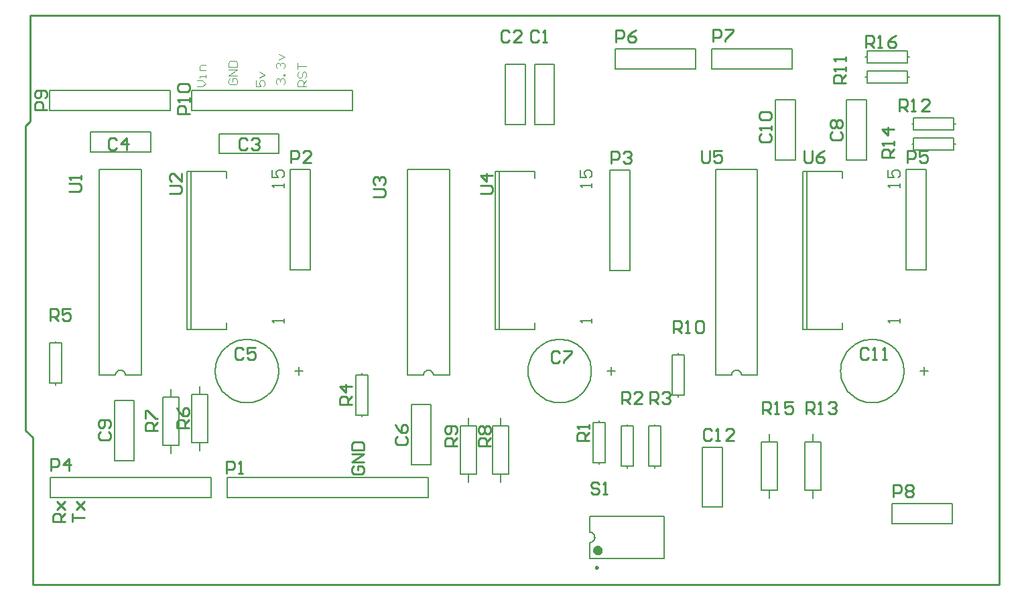
<source format=gto>
%FSLAX24Y24*%
%MOMM*%
%SFA1B1*%

%IPPOS*%
%ADD10C,0.253999*%
%ADD33C,0.200000*%
%ADD34C,0.250000*%
%ADD35C,0.599999*%
%ADD36C,0.150000*%
%ADD37C,0.100000*%
%LNpcb1-1*%
%LPD*%
G54D10*
X714759Y126849D02*
X712219Y129389D01*
X707139*
X704599Y126849*
Y124309*
X707139Y121779*
X712219*
X714759Y119239*
Y116699*
X712219Y114159*
X707139*
X704599Y116699*
X719839Y114159D02*
X724919D01*
X722379*
Y129389*
X719839Y126849*
X243999Y140999D02*
Y156239D01*
X251619*
X254159Y153699*
Y148619*
X251619Y146079*
X243999*
X259239Y140999D02*
X264309D01*
X261769*
Y156239*
X259239Y153699*
X844369Y548789D02*
Y536099D01*
X846909Y533559*
X851989*
X854519Y536099*
Y548789*
X869759D02*
X859599D01*
Y541169*
X864679Y543709*
X867219*
X869759Y541169*
Y536099*
X867219Y533559*
X862139*
X859599Y536099*
X638759Y698349D02*
X636219Y700889D01*
X631139*
X628599Y698349*
Y688199*
X631139Y685659*
X636219*
X638759Y688199*
X643839Y685659D02*
X648909D01*
X646379*
Y700889*
X643839Y698349*
X601759D02*
X599219Y700889D01*
X594139*
X591599Y698349*
Y688199*
X594139Y685659*
X599219*
X601759Y688199*
X616989Y685659D02*
X606839D01*
X616989Y695819*
Y698349*
X614449Y700889*
X609379*
X606839Y698349*
X270159Y562699D02*
X267619Y565239D01*
X262539*
X259999Y562699*
Y552539*
X262539Y549999*
X267619*
X270159Y552539*
X275239Y562699D02*
X277769Y565239D01*
X282849*
X285389Y562699*
Y560159*
X282849Y557619*
X280309*
X282849*
X285389Y555079*
Y552539*
X282849Y549999*
X277769*
X275239Y552539*
X105159Y562699D02*
X102619Y565239D01*
X97539*
X94999Y562699*
Y552539*
X97539Y549999*
X102619*
X105159Y552539*
X117849Y549999D02*
Y565239D01*
X110239Y557619*
X120389*
X265159Y297699D02*
X262619Y300239D01*
X257539*
X254999Y297699*
Y287539*
X257539Y284999*
X262619*
X265159Y287539*
X280389Y300239D02*
X270239D01*
Y292619*
X275309Y295159*
X277849*
X280389Y292619*
Y287539*
X277849Y284999*
X272769*
X270239Y287539*
X459799Y187659D02*
X457259Y185119D01*
Y180039*
X459799Y177499*
X469959*
X472499Y180039*
Y185119*
X469959Y187659*
X457259Y202889D02*
X459799Y197809D01*
X464879Y192739*
X469959*
X472499Y195269*
Y200349*
X469959Y202889*
X467419*
X464879Y200349*
Y192739*
X665159Y292699D02*
X662619Y295239D01*
X657539*
X654999Y292699*
Y282539*
X657539Y279999*
X662619*
X665159Y282539*
X670239Y295239D02*
X680389D01*
Y292699*
X670239Y282539*
Y279999*
X1009799Y572659D02*
X1007259Y570119D01*
Y565039*
X1009799Y562499*
X1019959*
X1022499Y565039*
Y570119*
X1019959Y572659*
X1009799Y577739D02*
X1007259Y580269D01*
Y585349*
X1009799Y587889*
X1012339*
X1014879Y585349*
X1017419Y587889*
X1019959*
X1022499Y585349*
Y580269*
X1019959Y577739*
X1017419*
X1014879Y580269*
X1012339Y577739*
X1009799*
X1014879Y580269D02*
Y585349D01*
X84799Y192839D02*
X82259Y190299D01*
Y185219*
X84799Y182679*
X94959*
X97499Y185219*
Y190299*
X94959Y192839*
Y197919D02*
X97499Y200459D01*
Y205539*
X94959Y208079*
X84799*
X82259Y205539*
Y200459*
X84799Y197919*
X87339*
X89879Y200459*
Y208079*
X919799Y570159D02*
X917259Y567619D01*
Y562539*
X919799Y559999*
X929959*
X932499Y562539*
Y567619*
X929959Y570159*
X932499Y575239D02*
Y580309D01*
Y577769*
X917259*
X919799Y575239*
Y587929D02*
X917259Y590469D01*
Y595549*
X919799Y598089*
X929959*
X932499Y595549*
Y590469*
X929959Y587929*
X919799*
X1055159Y297699D02*
X1052619Y300239D01*
X1047539*
X1044999Y297699*
Y287539*
X1047539Y284999*
X1052619*
X1055159Y287539*
X1060239Y284999D02*
X1065309D01*
X1062769*
Y300239*
X1060239Y297699*
X1072929Y284999D02*
X1078009D01*
X1075469*
Y300239*
X1072929Y297699*
X857179Y195289D02*
X854639Y197829D01*
X849559*
X847019Y195289*
Y185129*
X849559Y182589*
X854639*
X857179Y185129*
X862259Y182589D02*
X867339D01*
X864799*
Y197829*
X862259Y195289*
X885109Y182589D02*
X874949D01*
X885109Y192749*
Y195289*
X882569Y197829*
X877489*
X874949Y195289*
X325769Y533919D02*
Y549159D01*
X333389*
X335929Y546619*
Y541539*
X333389Y538999*
X325769*
X351169Y533919D02*
X341009D01*
X351169Y544079*
Y546619*
X348629Y549159*
X343549*
X341009Y546619*
X729949Y532809D02*
Y548039D01*
X737569*
X740109Y545499*
Y540429*
X737569Y537889*
X729949*
X745189Y545499D02*
X747729Y548039D01*
X752799*
X755339Y545499*
Y542969*
X752799Y540429*
X750259*
X752799*
X755339Y537889*
Y535349*
X752799Y532809*
X747729*
X745189Y535349*
X22679Y143689D02*
Y158929D01*
X30289*
X32829Y156389*
Y151309*
X30289Y148769*
X22679*
X45529Y143689D02*
Y158929D01*
X37909Y151309*
X48069*
X1103949Y533509D02*
Y548739D01*
X1111569*
X1114109Y546199*
Y541129*
X1111569Y538589*
X1103949*
X1129339Y548739D02*
X1119189D01*
Y541129*
X1124259Y543669*
X1126799*
X1129339Y541129*
Y536049*
X1126799Y533509*
X1121729*
X1119189Y536049*
X736329Y686299D02*
Y701539D01*
X743949*
X746489Y698999*
Y693919*
X743949Y691379*
X736329*
X761719Y701539D02*
X756639Y698999D01*
X751559Y693919*
Y688839*
X754099Y686299*
X759179*
X761719Y688839*
Y691379*
X759179Y693919*
X751559*
X858829Y686399D02*
Y701629D01*
X866439*
X868979Y699089*
Y694009*
X866439Y691469*
X858829*
X874059Y701629D02*
X884219D01*
Y699089*
X874059Y688939*
Y686399*
X1086349Y111219D02*
Y126449D01*
X1093969*
X1096509Y123909*
Y118839*
X1093969Y116299*
X1086349*
X1101589Y123909D02*
X1104119Y126449D01*
X1109199*
X1111739Y123909*
Y121369*
X1109199Y118839*
X1111739Y116299*
Y113759*
X1109199Y111219*
X1104119*
X1101589Y113759*
Y116299*
X1104119Y118839*
X1101589Y121369*
Y123909*
X1104119Y118839D02*
X1109199D01*
X702499Y182499D02*
X687259D01*
Y190119*
X689799Y192659*
X694879*
X697419Y190119*
Y182499*
Y187579D02*
X702499Y192659D01*
Y197739D02*
Y202809D01*
Y200269*
X687259*
X689799Y197739*
X744029Y228719D02*
Y243959D01*
X751649*
X754189Y241419*
Y236339*
X751649Y233799*
X744029*
X749109D02*
X754189Y228719D01*
X769419D02*
X759269D01*
X769419Y238879*
Y241419*
X766879Y243959*
X761809*
X759269Y241419*
X779029Y228719D02*
Y243959D01*
X786649*
X789189Y241419*
Y236339*
X786649Y233799*
X779029*
X784109D02*
X789189Y228719D01*
X794269Y241419D02*
X796809Y243959D01*
X801879*
X804419Y241419*
Y238879*
X801879Y236339*
X799339*
X801879*
X804419Y233799*
Y231259*
X801879Y228719*
X796809*
X794269Y231259*
X402499Y227499D02*
X387259D01*
Y235119*
X389799Y237659*
X394879*
X397419Y235119*
Y227499*
Y232579D02*
X402499Y237659D01*
Y250349D02*
X387259D01*
X394879Y242739*
Y252889*
X21819Y333819D02*
Y349049D01*
X29439*
X31969Y346509*
Y341429*
X29439Y338889*
X21819*
X26899D02*
X31969Y333819D01*
X47209Y349049D02*
X37049D01*
Y341429*
X42129Y343969*
X44669*
X47209Y341429*
Y336359*
X44669Y333819*
X39589*
X37049Y336359*
X196999Y197999D02*
X181759D01*
Y205619*
X184299Y208159*
X189379*
X191919Y205619*
Y197999*
Y203079D02*
X196999Y208159D01*
X181759Y223389D02*
X184299Y218309D01*
X189379Y213239*
X194459*
X196999Y215769*
Y220849*
X194459Y223389*
X191919*
X189379Y220849*
Y213239*
X156999Y194999D02*
X141759D01*
Y202619*
X144299Y205159*
X149379*
X151919Y202619*
Y194999*
Y200079D02*
X156999Y205159D01*
X141759Y210239D02*
Y220389D01*
X144299*
X154459Y210239*
X156999*
X577499Y174999D02*
X562259D01*
Y182619*
X564799Y185159*
X569879*
X572419Y182619*
Y174999*
Y180079D02*
X577499Y185159D01*
X564799Y190239D02*
X562259Y192769D01*
Y197849*
X564799Y200389*
X567339*
X569879Y197849*
X572419Y200389*
X574959*
X577499Y197849*
Y192769*
X574959Y190239*
X572419*
X569879Y192769*
X567339Y190239*
X564799*
X569879Y192769D02*
Y197849D01*
X534999Y174999D02*
X519759D01*
Y182619*
X522299Y185159*
X527379*
X529919Y182619*
Y174999*
Y180079D02*
X534999Y185159D01*
X532459Y190239D02*
X534999Y192769D01*
Y197849*
X532459Y200389*
X522299*
X519759Y197849*
Y192769*
X522299Y190239*
X524839*
X527379Y192769*
Y200389*
X808949Y318659D02*
Y333889D01*
X816559*
X819099Y331349*
Y326269*
X816559Y323729*
X808949*
X814019D02*
X819099Y318659D01*
X824179D02*
X829259D01*
X826719*
Y333889*
X824179Y331349*
X836879D02*
X839419Y333889D01*
X844489*
X847029Y331349*
Y321199*
X844489Y318659*
X839419*
X836879Y321199*
Y331349*
X1026499Y634499D02*
X1011259D01*
Y642119*
X1013799Y644659*
X1018879*
X1021419Y642119*
Y634499*
Y639579D02*
X1026499Y644659D01*
Y649739D02*
Y654809D01*
Y652269*
X1011259*
X1013799Y649739*
X1026499Y662429D02*
Y667509D01*
Y664969*
X1011259*
X1013799Y662429*
X1093949Y598739D02*
Y613969D01*
X1101559*
X1104099Y611439*
Y606359*
X1101559Y603819*
X1093949*
X1099019D02*
X1104099Y598739D01*
X1109179D02*
X1114259D01*
X1111719*
Y613969*
X1109179Y611439*
X1132029Y598739D02*
X1121879D01*
X1132029Y608899*
Y611439*
X1129489Y613969*
X1124419*
X1121879Y611439*
X976489Y216419D02*
Y231659D01*
X984109*
X986649Y229119*
Y224039*
X984109Y221499*
X976489*
X981569D02*
X986649Y216419D01*
X991729D02*
X996799D01*
X994269*
Y231659*
X991729Y229119*
X1004419D02*
X1006959Y231659D01*
X1012039*
X1014579Y229119*
Y226579*
X1012039Y224039*
X1009499*
X1012039*
X1014579Y221499*
Y218959*
X1012039Y216419*
X1006959*
X1004419Y218959*
X1087499Y539999D02*
X1072259D01*
Y547619*
X1074799Y550159*
X1079879*
X1082419Y547619*
Y539999*
Y545079D02*
X1087499Y550159D01*
Y555239D02*
Y560309D01*
Y557769*
X1072259*
X1074799Y555239*
X1087499Y575549D02*
X1072259D01*
X1079879Y567929*
Y578089*
X921489Y216419D02*
Y231659D01*
X929109*
X931649Y229119*
Y224039*
X929109Y221499*
X921489*
X926569D02*
X931649Y216419D01*
X936729D02*
X941799D01*
X939269*
Y231659*
X936729Y229119*
X959579Y231659D02*
X949419D01*
Y224039*
X954499Y226579*
X957039*
X959579Y224039*
Y218959*
X957039Y216419*
X951959*
X949419Y218959*
X1051499Y679499D02*
Y694739D01*
X1059119*
X1061659Y692199*
Y687119*
X1059119Y684579*
X1051499*
X1056579D02*
X1061659Y679499D01*
X1066739D02*
X1071809D01*
X1069269*
Y694739*
X1066739Y692199*
X1089589Y694739D02*
X1084509Y692199D01*
X1079429Y687119*
Y682039*
X1081969Y679499*
X1087049*
X1089589Y682039*
Y684579*
X1087049Y687119*
X1079429*
X44759Y497499D02*
X57459D01*
X59999Y500039*
Y505119*
X57459Y507659*
X44759*
X59999Y512739D02*
Y517809D01*
Y515269*
X44759*
X47299Y512739*
X172259Y494999D02*
X184959D01*
X187499Y497539*
Y502619*
X184959Y505159*
X172259*
X187499Y520389D02*
Y510239D01*
X177339Y520389*
X174799*
X172259Y517849*
Y512769*
X174799Y510239*
X429759Y489999D02*
X442459D01*
X444999Y492539*
Y497619*
X442459Y500159*
X429759*
X432299Y505239D02*
X429759Y507769D01*
Y512849*
X432299Y515389*
X434839*
X437379Y512849*
Y510309*
Y512849*
X439919Y515389*
X442459*
X444999Y512849*
Y507769*
X442459Y505239*
X564759Y494999D02*
X577459D01*
X579999Y497539*
Y502619*
X577459Y505159*
X564759*
X579999Y517849D02*
X564759D01*
X572379Y510239*
Y520389*
X973989Y548969D02*
Y536269D01*
X976529Y533729*
X981609*
X984149Y536269*
Y548969*
X999379D02*
X994299Y546429D01*
X989229Y541349*
Y536269*
X991769Y533729*
X996839*
X999379Y536269*
Y538809*
X996839Y541349*
X989229*
X17499Y599999D02*
X2259D01*
Y607619*
X4799Y610159*
X9879*
X12419Y607619*
Y599999*
X14959Y615239D02*
X17499Y617769D01*
Y622849*
X14959Y625389*
X4799*
X2259Y622849*
Y617769*
X4799Y615239*
X7339*
X9879Y617769*
Y625389*
X197499Y594999D02*
X182259D01*
Y602619*
X184799Y605159*
X189879*
X192419Y602619*
Y594999*
X197499Y610239D02*
Y615309D01*
Y612769*
X182259*
X184799Y610239*
Y622929D02*
X182259Y625469D01*
Y630549*
X184799Y633089*
X194959*
X197499Y630549*
Y625469*
X194959Y622929*
X184799*
X39999Y79999D02*
X24759D01*
Y87619*
X27299Y90159*
X32379*
X34919Y87619*
Y79999*
Y85079D02*
X39999Y90159D01*
X29839Y95239D02*
X39999Y105389D01*
X34919Y100309*
X29839Y105389*
X39999Y95239*
X49759Y79999D02*
Y90159D01*
Y85079*
X64999*
X54839Y95239D02*
X64999Y105389D01*
X59919Y100309*
X54839Y105389*
X64999Y95239*
X404799Y150159D02*
X402259Y147619D01*
Y142539*
X404799Y139999*
X414959*
X417499Y142539*
Y147619*
X414959Y150159*
X409879*
Y145079*
X417499Y155239D02*
X402259D01*
X417499Y165389*
X402259*
Y170469D02*
X417499D01*
Y178089*
X414959Y180629*
X404799*
X402259Y178089*
Y170469*
X-999Y0D02*
Y185999D01*
X-9999Y194999D02*
X-999Y185999D01*
X-9999Y194999D02*
Y579999D01*
X-3999Y585999*
Y719999*
X1219999*
Y0D02*
Y719999D01*
X-999Y0D02*
X1219999D01*
G54D33*
X702999Y53649D02*
D01*
X703442Y53665*
X703883Y53711*
X704320Y53788*
X704750Y53895*
X705171Y54032*
X705582Y54198*
X705981Y54393*
X706364Y54614*
X706732Y54862*
X707081Y55135*
X707410Y55431*
X707718Y55750*
X708003Y56090*
X708264Y56448*
X708499Y56824*
X708707Y57216*
X708887Y57621*
X709038Y58037*
X709161Y58463*
X709253Y58897*
X709315Y59336*
X709346Y59778*
Y60221*
X709315Y60663*
X709253Y61102*
X709161Y61536*
X709038Y61962*
X708887Y62378*
X708707Y62783*
X708499Y63174*
X708264Y63550*
X708003Y63909*
X707718Y64248*
X707410Y64567*
X707081Y64864*
X706732Y65137*
X706364Y65384*
X705981Y65606*
X705582Y65800*
X705171Y65966*
X704750Y66104*
X704320Y66211*
X703883Y66288*
X703442Y66334*
X702999Y66349*
X894789Y264999D02*
D01*
X894774Y265442*
X894727Y265883*
X894650Y266320*
X894543Y266750*
X894406Y267171*
X894240Y267582*
X894046Y267980*
X893824Y268364*
X893577Y268732*
X893304Y269081*
X893007Y269410*
X892688Y269718*
X892349Y270003*
X891990Y270264*
X891614Y270499*
X891223Y270707*
X890818Y270887*
X890402Y271039*
X889976Y271161*
X889542Y271253*
X889103Y271315*
X888661Y271345*
X888218*
X887776Y271315*
X887337Y271253*
X886903Y271161*
X886477Y271039*
X886061Y270887*
X885656Y270707*
X885264Y270499*
X884889Y270264*
X884530Y270003*
X884191Y269718*
X883871Y269410*
X883575Y269081*
X883302Y268732*
X883054Y268364*
X882833Y267980*
X882638Y267582*
X882472Y267171*
X882335Y266750*
X882228Y266320*
X882151Y265883*
X882105Y265442*
X882089Y264999*
X704999Y269999D02*
D01*
X704902Y272790*
X704610Y275566*
X704125Y278316*
X703450Y281025*
X702587Y283680*
X701541Y286269*
X700317Y288778*
X698921Y291196*
X697360Y293511*
X695641Y295711*
X693773Y297786*
X691765Y299725*
X689626Y301520*
X687367Y303161*
X684999Y304640*
X682534Y305951*
X679984Y307087*
X677360Y308042*
X674676Y308811*
X671945Y309392*
X669181Y309780*
X666395Y309975*
X663603*
X660818Y309780*
X658054Y309392*
X655323Y308811*
X652639Y308042*
X650015Y307087*
X647465Y305951*
X644999Y304640*
X642632Y303161*
X640373Y301520*
X638234Y299725*
X636226Y297786*
X634358Y295711*
X632639Y293511*
X631077Y291196*
X629682Y288778*
X628457Y286269*
X627412Y283680*
X626549Y281025*
X625874Y278316*
X625389Y275566*
X625097Y272790*
X624999Y269999*
X625097Y267209*
X625389Y264433*
X625874Y261683*
X626549Y258974*
X627412Y256319*
X628457Y253730*
X629682Y251220*
X631077Y248803*
X632639Y246488*
X634358Y244288*
X636226Y242213*
X638234Y240274*
X640373Y238479*
X642632Y236838*
X644999Y235358*
X647465Y234048*
X650015Y232912*
X652639Y231957*
X655323Y231188*
X658054Y230607*
X660818Y230218*
X663603Y230024*
X666395*
X669181Y230218*
X671945Y230607*
X674676Y231188*
X677360Y231957*
X679984Y232912*
X682534Y234048*
X684999Y235358*
X687367Y236838*
X689626Y238479*
X691765Y240274*
X693773Y242213*
X695641Y244288*
X697360Y246488*
X698921Y248803*
X700317Y251220*
X701541Y253730*
X702587Y256319*
X703450Y258974*
X704125Y261683*
X704610Y264433*
X704902Y267209*
X704999Y269999*
X309999D02*
D01*
X309902Y272790*
X309610Y275566*
X309125Y278316*
X308450Y281025*
X307587Y283680*
X306541Y286269*
X305317Y288778*
X303921Y291196*
X302360Y293511*
X300641Y295711*
X298773Y297786*
X296765Y299725*
X294626Y301520*
X292367Y303161*
X289999Y304640*
X287534Y305951*
X284984Y307087*
X282360Y308042*
X279676Y308811*
X276945Y309392*
X274181Y309780*
X271395Y309975*
X268603*
X265818Y309780*
X263053Y309392*
X260323Y308811*
X257639Y308042*
X255015Y307087*
X252465Y305951*
X249999Y304640*
X247632Y303161*
X245373Y301520*
X243234Y299725*
X241226Y297786*
X239358Y295711*
X237639Y293511*
X236078Y291196*
X234682Y288778*
X233458Y286269*
X232412Y283680*
X231549Y281025*
X230874Y278316*
X230389Y275566*
X230097Y272790*
X229999Y269999*
X230097Y267209*
X230389Y264433*
X230874Y261683*
X231549Y258974*
X232412Y256319*
X233458Y253730*
X234682Y251220*
X236078Y248803*
X237639Y246488*
X239358Y244288*
X241226Y242213*
X243234Y240274*
X245373Y238479*
X247632Y236838*
X249999Y235358*
X252465Y234048*
X255015Y232912*
X257639Y231957*
X260323Y231188*
X263053Y230607*
X265818Y230218*
X268603Y230024*
X271395*
X274181Y230218*
X276945Y230607*
X279676Y231188*
X282360Y231957*
X284984Y232912*
X287534Y234048*
X289999Y235358*
X292367Y236838*
X294626Y238479*
X296765Y240274*
X298773Y242213*
X300641Y244288*
X302360Y246488*
X303921Y248803*
X305317Y251220*
X306541Y253730*
X307587Y256319*
X308450Y258974*
X309125Y261683*
X309610Y264433*
X309902Y267209*
X309999Y269999*
X116349Y264999D02*
D01*
X116334Y265442*
X116288Y265883*
X116211Y266320*
X116103Y266750*
X115967Y267171*
X115800Y267582*
X115606Y267980*
X115385Y268364*
X115137Y268732*
X114864Y269081*
X114567Y269410*
X114248Y269718*
X113909Y270003*
X113550Y270264*
X113174Y270499*
X112783Y270707*
X112378Y270887*
X111962Y271039*
X111535Y271161*
X111102Y271253*
X110663Y271315*
X110221Y271345*
X109778*
X109336Y271315*
X108897Y271253*
X108463Y271161*
X108037Y271039*
X107621Y270887*
X107216Y270707*
X106824Y270499*
X106449Y270264*
X106090Y270003*
X105750Y269718*
X105432Y269410*
X105135Y269081*
X104862Y268732*
X104614Y268364*
X104393Y267980*
X104198Y267582*
X104032Y267171*
X103895Y266750*
X103788Y266320*
X103711Y265883*
X103665Y265442*
X103649Y264999*
X505569D02*
D01*
X505554Y265442*
X505508Y265883*
X505431Y266320*
X505323Y266750*
X505186Y267171*
X505020Y267582*
X504826Y267980*
X504605Y268364*
X504357Y268732*
X504084Y269081*
X503787Y269410*
X503468Y269718*
X503129Y270003*
X502770Y270264*
X502394Y270499*
X502003Y270707*
X501598Y270887*
X501182Y271039*
X500756Y271161*
X500322Y271253*
X499883Y271315*
X499441Y271345*
X498998*
X498556Y271315*
X498117Y271253*
X497683Y271161*
X497257Y271039*
X496841Y270887*
X496436Y270707*
X496044Y270499*
X495669Y270264*
X495310Y270003*
X494970Y269718*
X494652Y269410*
X494355Y269081*
X494082Y268732*
X493834Y268364*
X493613Y267980*
X493418Y267582*
X493252Y267171*
X493115Y266750*
X493008Y266320*
X492931Y265883*
X492885Y265442*
X492869Y264999*
X1099999Y269999D02*
D01*
X1099902Y272790*
X1099610Y275566*
X1099125Y278316*
X1098450Y281025*
X1097587Y283680*
X1096541Y286269*
X1095317Y288778*
X1093921Y291196*
X1092360Y293511*
X1090641Y295711*
X1088773Y297786*
X1086765Y299725*
X1084626Y301520*
X1082367Y303161*
X1079999Y304640*
X1077534Y305951*
X1074984Y307087*
X1072360Y308042*
X1069676Y308811*
X1066945Y309392*
X1064181Y309780*
X1061395Y309975*
X1058603*
X1055818Y309780*
X1053054Y309392*
X1050323Y308811*
X1047639Y308042*
X1045015Y307087*
X1042465Y305951*
X1039999Y304640*
X1037632Y303161*
X1035373Y301520*
X1033234Y299725*
X1031226Y297786*
X1029358Y295711*
X1027639Y293511*
X1026077Y291196*
X1024681Y288778*
X1023457Y286269*
X1022412Y283680*
X1021549Y281025*
X1020874Y278316*
X1020389Y275566*
X1020097Y272790*
X1019999Y269999*
X1020097Y267209*
X1020389Y264433*
X1020874Y261683*
X1021549Y258974*
X1022412Y256319*
X1023457Y253730*
X1024681Y251220*
X1026077Y248803*
X1027639Y246488*
X1029358Y244288*
X1031226Y242213*
X1033234Y240274*
X1035373Y238479*
X1037632Y236838*
X1039999Y235358*
X1042465Y234048*
X1045015Y232912*
X1047639Y231957*
X1050323Y231188*
X1053054Y230607*
X1055818Y230218*
X1058603Y230024*
X1061395*
X1064181Y230218*
X1066945Y230607*
X1069676Y231188*
X1072360Y231957*
X1074984Y232912*
X1077534Y234048*
X1079999Y235358*
X1082367Y236838*
X1084626Y238479*
X1086765Y240274*
X1088773Y242213*
X1090641Y244288*
X1092360Y246488*
X1093921Y248803*
X1095317Y251220*
X1096541Y253730*
X1097587Y256319*
X1098450Y258974*
X1099125Y261683*
X1099610Y264433*
X1099902Y267209*
X1099999Y269999*
X702999Y33499D02*
X796999D01*
X702999Y86499D02*
X796999D01*
X702999Y33499D02*
Y53649D01*
Y66349D02*
Y86499D01*
X796999Y33499D02*
Y86499D01*
X498799Y109799D02*
Y135199D01*
X244799Y109799D02*
X498799D01*
X244799D02*
Y135199D01*
X263849*
X498799*
X894789Y264999D02*
X914939D01*
X861939D02*
X882089D01*
X861939Y524999D02*
X914939D01*
Y264999D02*
Y524999D01*
X861939Y264999D02*
Y524999D01*
X730399Y264919D02*
Y275079D01*
X725319Y269999D02*
X735479D01*
X335399Y264919D02*
Y275079D01*
X330319Y269999D02*
X340479D01*
X845499Y97999D02*
X870499D01*
X845499Y173999D02*
X870499D01*
X845499Y97999D02*
Y173999D01*
X870499Y97999D02*
Y173999D01*
X596499Y581999D02*
X621499D01*
X596499Y657999D02*
X621499D01*
X596499Y581999D02*
Y657999D01*
X621499Y581999D02*
Y657999D01*
X633499Y581999D02*
X658499D01*
X633499Y657999D02*
X658499D01*
X633499Y581999D02*
Y657999D01*
X658499Y581999D02*
Y657999D01*
X1084799Y77299D02*
Y102699D01*
X1160999*
Y77299D02*
Y102699D01*
X1084799Y77299D02*
X1160999D01*
X836399Y652299D02*
Y677699D01*
X734799Y652299D02*
X836399D01*
X734799Y677699D02*
X836399D01*
X734799Y652299D02*
Y677699D01*
X21199Y135199D02*
X224399D01*
X21199Y109799D02*
Y135199D01*
Y109799D02*
X224399D01*
Y135199*
X324299Y525299D02*
X349699D01*
Y398299D02*
Y525299D01*
X324299Y398299D02*
Y525299D01*
Y398299D02*
X349699D01*
X929999Y180479D02*
Y190639D01*
Y109359D02*
Y119519D01*
X940159D02*
Y180479D01*
X919839D02*
X940159D01*
X919839Y119519D02*
Y180479D01*
Y119519D02*
X940159D01*
X984999Y180479D02*
Y190639D01*
Y109359D02*
Y119519D01*
X995159D02*
Y180479D01*
X974839D02*
X995159D01*
X974839Y119519D02*
Y180479D01*
Y119519D02*
X995159D01*
X1109809Y582499D02*
X1112099D01*
X1162899D02*
X1165189D01*
X1112099D02*
Y590119D01*
X1162899*
Y574879D02*
Y590119D01*
X1112099Y574879D02*
X1162899D01*
X1112099D02*
Y582499D01*
X958899Y652299D02*
Y677699D01*
X857299Y652299D02*
X958899D01*
X857299Y677699D02*
X958899D01*
X857299Y652299D02*
Y677699D01*
X1102299Y524999D02*
X1127699D01*
Y397999D02*
Y524999D01*
X1102299Y397999D02*
Y524999D01*
Y397999D02*
X1127699D01*
X977559Y322609D02*
Y522609D01*
X972559Y322609D02*
X1022559D01*
Y331169*
X972559Y322609D02*
Y522609D01*
X1022559*
Y514049D02*
Y522609D01*
X814999Y237309D02*
Y239599D01*
Y290399D02*
Y292689D01*
X807379Y239599D02*
X814999D01*
X807379D02*
Y290399D01*
X822619*
Y239599D02*
Y290399D01*
X814999Y239599D02*
X822619D01*
X728299Y524299D02*
X753699D01*
Y397299D02*
Y524299D01*
X728299Y397299D02*
Y524299D01*
Y397299D02*
X753699D01*
X27999Y305399D02*
Y307689D01*
Y252309D02*
Y254599D01*
Y305399D02*
X35619D01*
Y254599D02*
Y305399D01*
X20379Y254599D02*
X35619D01*
X20379D02*
Y305399D01*
X27999*
X749999Y200399D02*
Y202689D01*
Y147309D02*
Y149599D01*
Y200399D02*
X757619D01*
Y149599D02*
Y200399D01*
X742379Y149599D02*
X757619D01*
X742379D02*
Y200399D01*
X749999*
X784999D02*
Y202689D01*
Y147309D02*
Y149599D01*
Y200399D02*
X792619D01*
Y149599D02*
Y200399D01*
X777379Y149599D02*
X792619D01*
X777379D02*
Y200399D01*
X784999*
X310499Y544999D02*
Y569999D01*
X234499Y544999D02*
Y569999D01*
Y544999D02*
X310499D01*
X234499Y569999D02*
X310499D01*
X147999Y547499D02*
Y572499D01*
X71999Y547499D02*
Y572499D01*
Y547499D02*
X147999D01*
X71999Y572499D02*
X147999D01*
X199799Y625199D02*
X402999D01*
X199799Y599799D02*
Y625199D01*
Y599799D02*
X402999D01*
Y625199*
X20299D02*
X172699D01*
X20299Y599799D02*
X172699D01*
Y625199*
X20299Y599799D02*
Y625199D01*
X102499Y156999D02*
X127499D01*
X102499Y232999D02*
X127499D01*
X102499Y156999D02*
Y232999D01*
X127499Y156999D02*
Y232999D01*
X173999Y237479D02*
Y247639D01*
Y166359D02*
Y176519D01*
X184159D02*
Y237479D01*
X163839D02*
X184159D01*
X163839Y176519D02*
Y237479D01*
Y176519D02*
X184159D01*
X209999Y240479D02*
Y250639D01*
Y169359D02*
Y179519D01*
X220159D02*
Y240479D01*
X199839D02*
X220159D01*
X199839Y179519D02*
Y240479D01*
Y179519D02*
X220159D01*
X414999Y265399D02*
Y267689D01*
Y212309D02*
Y214599D01*
Y265399D02*
X422619D01*
Y214599D02*
Y265399D01*
X407379Y214599D02*
X422619D01*
X407379D02*
Y265399D01*
X414999*
X477499Y151819D02*
X502499D01*
X477499Y227819D02*
X502499D01*
X477499Y151819D02*
Y227819D01*
X502499Y151819D02*
Y227819D01*
X116349Y264999D02*
X136499D01*
X83499D02*
X103649D01*
X83499Y524999D02*
X136499D01*
Y264999D02*
Y524999D01*
X83499Y264999D02*
Y524999D01*
X199119Y322609D02*
Y522609D01*
X194119Y322609D02*
X244119D01*
Y331169*
X194119Y322609D02*
Y522609D01*
X244119*
Y514049D02*
Y522609D01*
X505569Y264999D02*
X525719D01*
X472719D02*
X492869D01*
X472719Y524999D02*
X525719D01*
Y264999D02*
Y524999D01*
X472719Y264999D02*
Y524999D01*
X588339Y322609D02*
Y522609D01*
X583339Y322609D02*
X633339D01*
Y331169*
X583339Y322609D02*
Y522609D01*
X633339*
Y514049D02*
Y522609D01*
X549999Y200479D02*
Y210639D01*
Y129359D02*
Y139519D01*
X560159D02*
Y200479D01*
X539839D02*
X560159D01*
X539839Y139519D02*
Y200479D01*
Y139519D02*
X560159D01*
X589999Y200479D02*
Y210639D01*
Y129359D02*
Y139519D01*
X600159D02*
Y200479D01*
X579839D02*
X600159D01*
X579839Y139519D02*
Y200479D01*
Y139519D02*
X600159D01*
X714999Y205399D02*
Y207689D01*
Y152309D02*
Y154599D01*
Y205399D02*
X722619D01*
Y154599D02*
Y205399D01*
X707379Y154599D02*
X722619D01*
X707379D02*
Y205399D01*
X714999*
X1125399Y264919D02*
Y275079D01*
X1120319Y269999D02*
X1130479D01*
X937499Y536999D02*
X962499D01*
X937499Y612999D02*
X962499D01*
X937499Y536999D02*
Y612999D01*
X962499Y536999D02*
Y612999D01*
X1027499Y536999D02*
X1052499D01*
X1027499Y612999D02*
X1052499D01*
X1027499Y536999D02*
Y612999D01*
X1052499Y536999D02*
Y612999D01*
X1051309Y641999D02*
X1053599D01*
X1104399D02*
X1106689D01*
X1053599D02*
Y649619D01*
X1104399*
Y634379D02*
Y649619D01*
X1053599Y634379D02*
X1104399D01*
X1053599D02*
Y641999D01*
X1051309Y666999D02*
X1053599D01*
X1104399D02*
X1106689D01*
X1053599D02*
Y674619D01*
X1104399*
Y659379D02*
Y674619D01*
X1053599Y659379D02*
X1104399D01*
X1053599D02*
Y666999D01*
X1109809Y557499D02*
X1112099D01*
X1162899D02*
X1165189D01*
X1112099D02*
Y565119D01*
X1162899*
Y549879D02*
Y565119D01*
X1112099Y549879D02*
X1162899D01*
X1112099D02*
Y557499D01*
G54D34*
X712849Y21899D02*
D01*
X712846Y21987*
X712837Y22073*
X712822Y22159*
X712801Y22244*
X712774Y22327*
X712741Y22408*
X712703Y22486*
X712659Y22562*
X712611Y22634*
X712557Y22703*
X712498Y22768*
X712436Y22828*
X712369Y22884*
X712298Y22936*
X712224Y22982*
X712147Y23023*
X712068Y23058*
X711986Y23088*
X711902Y23112*
X711816Y23130*
X711730Y23142*
X711643Y23149*
X711556*
X711469Y23142*
X711382Y23130*
X711297Y23112*
X711213Y23088*
X711131Y23058*
X711051Y23023*
X710974Y22982*
X710900Y22936*
X710830Y22884*
X710763Y22828*
X710700Y22768*
X710642Y22703*
X710588Y22634*
X710539Y22562*
X710496Y22486*
X710458Y22408*
X710425Y22327*
X710398Y22244*
X710377Y22159*
X710362Y22073*
X710352Y21987*
X710349Y21899*
X710352Y21812*
X710362Y21725*
X710377Y21640*
X710398Y21555*
X710425Y21472*
X710458Y21391*
X710496Y21313*
X710539Y21237*
X710588Y21165*
X710642Y21096*
X710700Y21031*
X710763Y20971*
X710830Y20914*
X710900Y20863*
X710974Y20817*
X711051Y20776*
X711131Y20740*
X711213Y20711*
X711297Y20687*
X711382Y20668*
X711469Y20656*
X711556Y20650*
X711643*
X711730Y20656*
X711816Y20668*
X711902Y20687*
X711986Y20711*
X712068Y20740*
X712147Y20776*
X712224Y20817*
X712298Y20863*
X712369Y20914*
X712436Y20971*
X712498Y21031*
X712557Y21096*
X712611Y21165*
X712659Y21237*
X712703Y21313*
X712741Y21391*
X712774Y21472*
X712801Y21555*
X712822Y21640*
X712837Y21725*
X712846Y21812*
X712849Y21899*
G54D35*
X715999Y43499D02*
D01*
X715992Y43709*
X715970Y43917*
X715934Y44123*
X715883Y44326*
X715818Y44525*
X715740Y44720*
X715648Y44908*
X715543Y45089*
X715426Y45263*
X715298Y45428*
X715157Y45583*
X715007Y45729*
X714846Y45864*
X714677Y45986*
X714499Y46097*
X714315Y46196*
X714123Y46281*
X713926Y46352*
X713725Y46410*
X713520Y46454*
X713313Y46483*
X713104Y46498*
X712895*
X712686Y46483*
X712478Y46454*
X712274Y46410*
X712072Y46352*
X711876Y46281*
X711684Y46196*
X711499Y46097*
X711322Y45986*
X711153Y45864*
X710992Y45729*
X710841Y45583*
X710701Y45428*
X710572Y45263*
X710455Y45089*
X710351Y44908*
X710259Y44720*
X710180Y44525*
X710116Y44326*
X710065Y44123*
X710029Y43917*
X710007Y43709*
X709999Y43499*
X710007Y43290*
X710029Y43082*
X710065Y42876*
X710116Y42673*
X710180Y42473*
X710259Y42279*
X710351Y42091*
X710455Y41910*
X710572Y41736*
X710701Y41571*
X710841Y41415*
X710992Y41270*
X711153Y41135*
X711322Y41012*
X711499Y40901*
X711684Y40803*
X711876Y40718*
X712072Y40646*
X712274Y40588*
X712478Y40545*
X712686Y40516*
X712895Y40501*
X713104*
X713313Y40516*
X713520Y40545*
X713725Y40588*
X713926Y40646*
X714123Y40718*
X714315Y40803*
X714499Y40901*
X714677Y41012*
X714846Y41135*
X715007Y41270*
X715157Y41415*
X715298Y41571*
X715426Y41736*
X715543Y41910*
X715648Y42091*
X715740Y42279*
X715818Y42473*
X715883Y42673*
X715934Y42876*
X715970Y43082*
X715992Y43290*
X715999Y43499*
G54D36*
X1095109Y331409D02*
Y336409D01*
Y333909*
X1080119*
X1082609Y331409*
X1095109Y502009D02*
Y507009D01*
Y504509*
X1080119*
X1082609Y502009*
X1080119Y524499D02*
Y514499D01*
X1087609*
X1085109Y519499*
Y521999*
X1087609Y524499*
X1092609*
X1095109Y521999*
Y516999*
X1092609Y514499*
X316669Y331409D02*
Y336409D01*
Y333909*
X301679*
X304179Y331409*
X316669Y502009D02*
Y507009D01*
Y504509*
X301679*
X304179Y502009*
X301679Y524499D02*
Y514499D01*
X309179*
X306679Y519499*
Y521999*
X309179Y524499*
X314169*
X316669Y521999*
Y516999*
X314169Y514499*
X705889Y331409D02*
Y336409D01*
Y333909*
X690899*
X693399Y331409*
X705889Y502009D02*
Y507009D01*
Y504509*
X690899*
X693399Y502009*
X690899Y524499D02*
Y514499D01*
X698389*
X695899Y519499*
Y521999*
X698389Y524499*
X703389*
X705889Y521999*
Y516999*
X703389Y514499*
G54D37*
X206499Y629999D02*
X213829D01*
X217499Y633669*
X213829Y637329*
X206499*
X217499Y640999D02*
Y644659D01*
Y642829*
X210169*
Y640999*
X217499Y650159D02*
X210169D01*
Y655659*
X211999Y657489*
X217499*
X248339Y639829D02*
X246499Y637999D01*
Y634329*
X248339Y632499*
X255669*
X257499Y634329*
Y637999*
X255669Y639829*
X251999*
Y636169*
X257499Y643499D02*
X246499D01*
X257499Y650829*
X246499*
Y654489D02*
X257499D01*
Y659989*
X255669Y661819*
X248339*
X246499Y659989*
Y654489*
X281499Y637329D02*
Y629999D01*
X286999*
X285169Y633669*
Y635499*
X286999Y637329*
X290669*
X292499Y635499*
Y631829*
X290669Y629999*
X285169Y640999D02*
X292499Y644659D01*
X285169Y648329*
X308339Y632499D02*
X306499Y634329D01*
Y637999*
X308339Y639829*
X310169*
X311999Y637999*
Y636169*
Y637999*
X313829Y639829*
X315669*
X317500Y637999*
Y634329*
X315669Y632499*
X317500Y643499D02*
X315669D01*
Y645329*
X317500*
Y643499*
X308339Y652659D02*
X306499Y654489D01*
Y658159*
X308339Y659989*
X310169*
X311999Y658159*
Y656329*
Y658159*
X313829Y659989*
X315669*
X317500Y658159*
Y654489*
X315669Y652659*
X310169Y663659D02*
X317500Y667319D01*
X310169Y670989*
X344999Y629999D02*
X333999D01*
Y635499*
X335839Y637329*
X339499*
X341329Y635499*
Y629999*
Y633669D02*
X344999Y637329D01*
X335839Y648329D02*
X333999Y646489D01*
Y642829*
X335839Y640999*
X337669*
X339499Y642829*
Y646489*
X341329Y648329*
X343169*
X344999Y646489*
Y642829*
X343169Y640999*
X333999Y651989D02*
Y659319D01*
Y655659*
X344999*
M02*
</source>
